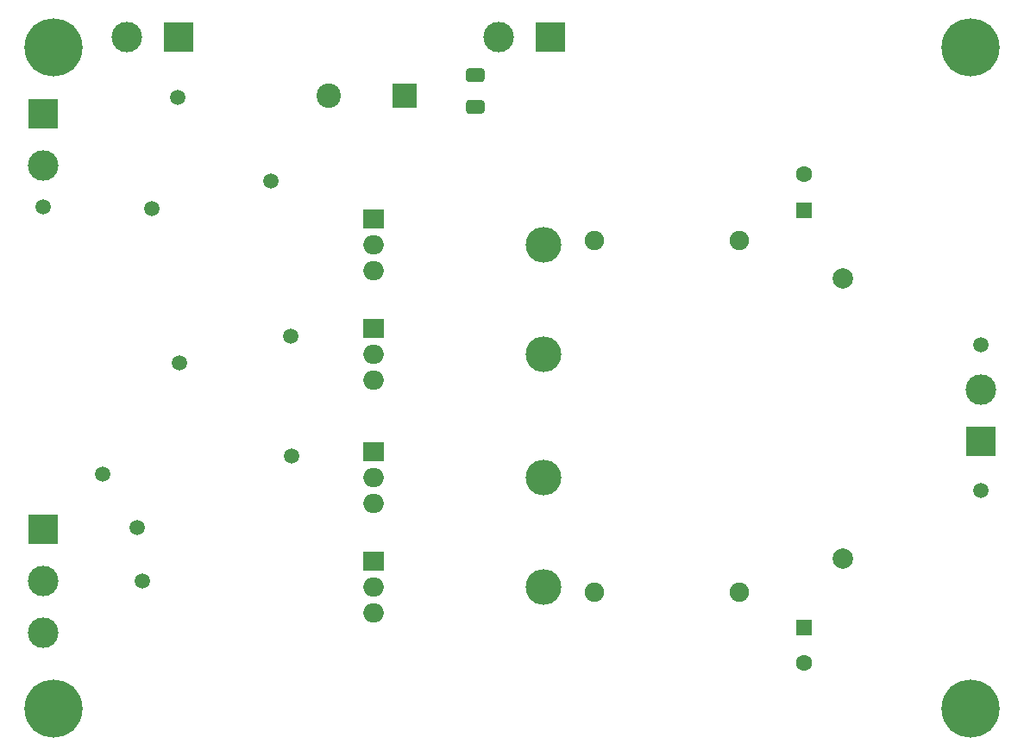
<source format=gbs>
G04 #@! TF.GenerationSoftware,KiCad,Pcbnew,5.1.10*
G04 #@! TF.CreationDate,2021-08-16T10:52:11+12:00*
G04 #@! TF.ProjectId,DClassAmplifier,44436c61-7373-4416-9d70-6c6966696572,rev?*
G04 #@! TF.SameCoordinates,Original*
G04 #@! TF.FileFunction,Soldermask,Bot*
G04 #@! TF.FilePolarity,Negative*
%FSLAX46Y46*%
G04 Gerber Fmt 4.6, Leading zero omitted, Abs format (unit mm)*
G04 Created by KiCad (PCBNEW 5.1.10) date 2021-08-16 10:52:11*
%MOMM*%
%LPD*%
G01*
G04 APERTURE LIST*
%ADD10C,1.500000*%
%ADD11C,3.000000*%
%ADD12R,3.000000X3.000000*%
%ADD13O,2.000000X1.905000*%
%ADD14R,2.000000X1.905000*%
%ADD15O,3.500000X3.500000*%
%ADD16C,2.000000*%
%ADD17C,1.905000*%
%ADD18C,1.600000*%
%ADD19R,1.600000X1.600000*%
%ADD20C,2.400000*%
%ADD21R,2.400000X2.400000*%
%ADD22C,5.700000*%
G04 APERTURE END LIST*
D10*
X98970000Y-78220000D03*
X121320000Y-75650000D03*
D11*
X107170000Y-61500000D03*
D12*
X112250000Y-61500000D03*
D13*
X131400000Y-118080000D03*
X131400000Y-115540000D03*
D14*
X131400000Y-113000000D03*
D15*
X148060000Y-115540000D03*
D13*
X131400000Y-107280000D03*
X131400000Y-104740000D03*
D14*
X131400000Y-102200000D03*
D15*
X148060000Y-104740000D03*
D13*
X131400000Y-95180000D03*
X131400000Y-92640000D03*
D14*
X131400000Y-90100000D03*
D15*
X148060000Y-92640000D03*
D13*
X131400000Y-84480000D03*
X131400000Y-81940000D03*
D14*
X131400000Y-79400000D03*
D15*
X148060000Y-81940000D03*
D16*
X177500000Y-85250000D03*
X177500000Y-112750000D03*
D10*
X109675000Y-78325000D03*
X112400000Y-93500000D03*
X123400000Y-102675000D03*
X191000000Y-106000000D03*
X191000000Y-91750000D03*
X123325000Y-90850000D03*
X104850000Y-104450000D03*
X108250000Y-109650000D03*
X108750000Y-114950000D03*
X112210000Y-67400000D03*
D17*
X153088000Y-116000000D03*
X167312000Y-116000000D03*
X167312000Y-81500000D03*
X153088000Y-81500000D03*
D11*
X98975000Y-74100000D03*
D12*
X98975000Y-69020000D03*
D11*
X191000000Y-96170000D03*
D12*
X191000000Y-101250000D03*
D11*
X99025000Y-120030000D03*
X99025000Y-114950000D03*
D12*
X99025000Y-109870000D03*
D11*
X143670000Y-61500000D03*
D12*
X148750000Y-61500000D03*
D18*
X173700000Y-123000000D03*
D19*
X173700000Y-119500000D03*
D18*
X173700000Y-75000000D03*
D19*
X173700000Y-78500000D03*
D20*
X127000000Y-67250000D03*
D21*
X134500000Y-67250000D03*
G36*
G01*
X142050003Y-69025000D02*
X140749997Y-69025000D01*
G75*
G02*
X140500000Y-68775003I0J249997D01*
G01*
X140500000Y-67949997D01*
G75*
G02*
X140749997Y-67700000I249997J0D01*
G01*
X142050003Y-67700000D01*
G75*
G02*
X142300000Y-67949997I0J-249997D01*
G01*
X142300000Y-68775003D01*
G75*
G02*
X142050003Y-69025000I-249997J0D01*
G01*
G37*
G36*
G01*
X142050003Y-65900000D02*
X140749997Y-65900000D01*
G75*
G02*
X140500000Y-65650003I0J249997D01*
G01*
X140500000Y-64824997D01*
G75*
G02*
X140749997Y-64575000I249997J0D01*
G01*
X142050003Y-64575000D01*
G75*
G02*
X142300000Y-64824997I0J-249997D01*
G01*
X142300000Y-65650003D01*
G75*
G02*
X142050003Y-65900000I-249997J0D01*
G01*
G37*
D22*
X190000000Y-127500000D03*
X100000000Y-127500000D03*
X190000000Y-62500000D03*
X100000000Y-62500000D03*
M02*

</source>
